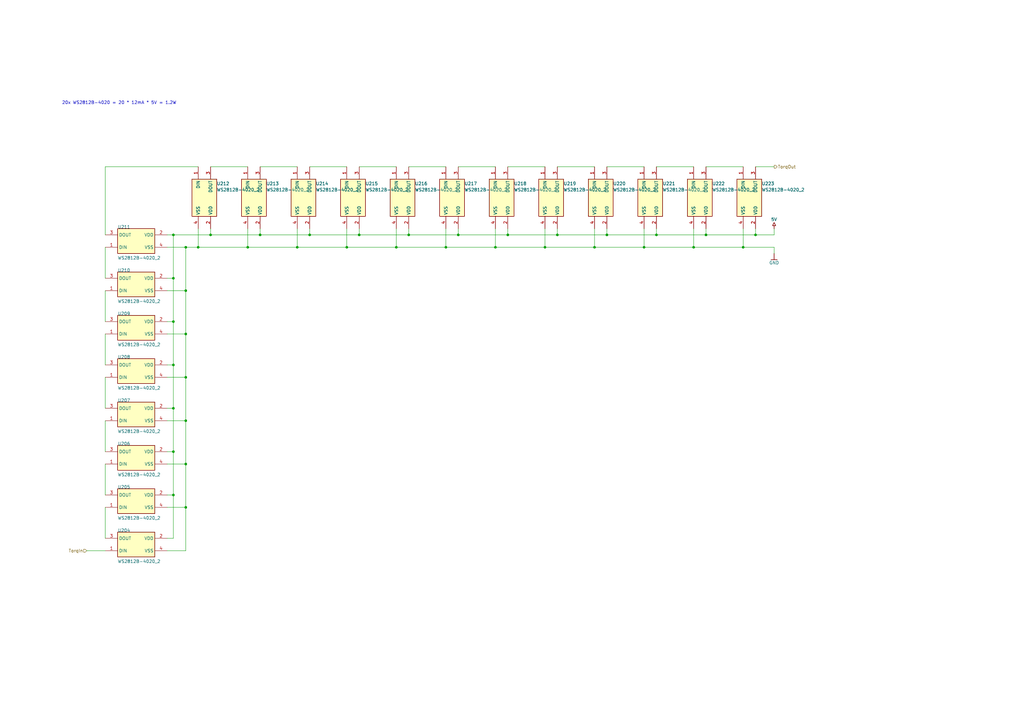
<source format=kicad_sch>
(kicad_sch (version 20231120) (generator "eeschema") (generator_version "8.0")
  (paper "A3")
  (lib_symbols
    (symbol "Lada_Speedometer-altium-import:5V_ARROW" (power)
      (property "Reference" "#PWR" (at 0 0 0))
      (property "Value" "5V" (at 0 3.81 0))
      (symbol "5V_ARROW_0_0"
        (polyline (pts (xy 0 0) (xy 0 -1.27)) (stroke (width 0.254)))
        (polyline (pts (xy -0.635 -1.27) (xy 0.635 -1.27) (xy 0 -2.54) (xy -0.635 -1.27)) (stroke (width 0.254)))
        (pin power_in line (at 0 0 0) (length 0) hide (name "5V") (number ""))
      )
    )
    (symbol "Lada_Speedometer-altium-import:Designator_0_WS2812B-4020_2"
      (symbol "Designator_0_WS2812B-4020_2_1_0"
        (rectangle (start 7.62 5.08) (end -7.62 -5.08) (stroke (width 0.254) (color 128 0 0 1)) (fill (type background)))
        (pin input line (at -12.7 -2.54 0) (length 5.08) (name "DIN") (number "1"))
        (pin power_in line (at 12.7 2.54 180) (length 5.08) (name "VDD") (number "2"))
        (pin output line (at -12.7 2.54 0) (length 5.08) (name "DOUT") (number "3"))
        (pin power_in line (at 12.7 -2.54 180) (length 5.08) (name "VSS") (number "4"))
      )
    )
    (symbol "Lada_Speedometer-altium-import:Designator_3_WS2812B-4020_2"
      (symbol "Designator_3_WS2812B-4020_2_1_0"
        (rectangle (start 5.08 7.62) (end -5.08 -7.62) (stroke (width 0.254) (color 128 0 0 1)) (fill (type background)))
        (pin input line (at -2.54 12.7 270) (length 5.08) (name "DIN") (number "1"))
        (pin power_in line (at 2.54 -12.7 90) (length 5.08) (name "VDD") (number "2"))
        (pin output line (at 2.54 12.7 270) (length 5.08) (name "DOUT") (number "3"))
        (pin power_in line (at -2.54 -12.7 90) (length 5.08) (name "VSS") (number "4"))
      )
    )
    (symbol "Lada_Speedometer-altium-import:GND_BAR" (power)
      (property "Reference" "#PWR" (at 0 0 0))
      (property "Value" "GND" (at 0 3.81 0))
      (symbol "GND_BAR_0_0"
        (polyline (pts (xy -1.27 -2.54) (xy 1.27 -2.54)) (stroke (width 0.254)))
        (polyline (pts (xy 0 0) (xy 0 -2.54)) (stroke (width 0.254)))
        (pin power_in line (at 0 0 0) (length 0) hide (name "GND") (number ""))
      )
    )
  )
  (junction (at 76.2 119.2022))
  (junction (at 81.28 101.4222))
  (junction (at 71.12 131.9022))
  (junction (at 264.16 101.4222))
  (junction (at 71.12 203.0222))
  (junction (at 71.12 185.2422))
  (junction (at 162.56 101.4222))
  (junction (at 223.52 101.4222))
  (junction (at 76.2 190.3222))
  (junction (at 187.96 96.3422))
  (junction (at 269.24 96.3422))
  (junction (at 289.56 96.3422))
  (junction (at 76.2 172.5422))
  (junction (at 101.6 101.4222))
  (junction (at 71.12 96.3422))
  (junction (at 76.2 101.4222))
  (junction (at 228.6 96.3422))
  (junction (at 203.2 101.4222))
  (junction (at 147.32 96.3422))
  (junction (at 243.84 101.4222))
  (junction (at 167.64 96.3422))
  (junction (at 106.68 96.3422))
  (junction (at 86.36 96.3422))
  (junction (at 304.8 101.4222))
  (junction (at 142.24 101.4222))
  (junction (at 127 96.3422))
  (junction (at 76.2 136.9822))
  (junction (at 121.92 101.4222))
  (junction (at 248.92 96.3422))
  (junction (at 71.12 149.6822))
  (junction (at 182.88 101.4222))
  (junction (at 76.2 154.7622))
  (junction (at 208.28 96.3422))
  (junction (at 76.2 208.1022))
  (junction (at 71.12 167.4622))
  (junction (at 309.88 96.3422))
  (junction (at 284.48 101.4222))
  (junction (at 71.12 114.1222))
  (wire (pts (xy 71.12 185.2422) (xy 71.12 203.0222)))
  (wire (pts (xy 187.96 96.3422) (xy 187.96 93.8022)))
  (wire (pts (xy 284.48 68.4022) (xy 269.24 68.4022)))
  (wire (pts (xy 68.58 136.9822) (xy 76.2 136.9822)))
  (wire (pts (xy 68.58 220.8022) (xy 71.12 220.8022)))
  (wire (pts (xy 71.12 114.1222) (xy 71.12 131.9022)))
  (wire (pts (xy 223.52 101.4222) (xy 203.2 101.4222)))
  (wire (pts (xy 142.24 101.4222) (xy 142.24 93.8022)))
  (wire (pts (xy 228.6 96.3422) (xy 228.6 93.8022)))
  (wire (pts (xy 71.12 96.3422) (xy 86.36 96.3422)))
  (wire (pts (xy 76.2 190.3222) (xy 76.2 208.1022)))
  (wire (pts (xy 68.58 172.5422) (xy 76.2 172.5422)))
  (wire (pts (xy 71.12 167.4622) (xy 71.12 185.2422)))
  (wire (pts (xy 43.18 203.0222) (xy 43.18 190.3222)))
  (wire (pts (xy 142.24 68.4022) (xy 127 68.4022)))
  (wire (pts (xy 68.58 154.7622) (xy 76.2 154.7622)))
  (wire (pts (xy 284.48 101.4222) (xy 264.16 101.4222)))
  (wire (pts (xy 68.58 101.4222) (xy 76.2 101.4222)))
  (wire (pts (xy 68.58 131.9022) (xy 71.12 131.9022)))
  (wire (pts (xy 162.56 68.4022) (xy 147.32 68.4022)))
  (wire (pts (xy 121.92 101.4222) (xy 101.6 101.4222)))
  (wire (pts (xy 162.56 101.4222) (xy 162.56 93.8022)))
  (wire (pts (xy 106.68 68.4022) (xy 121.92 68.4022)))
  (wire (pts (xy 76.2 119.2022) (xy 76.2 136.9822)))
  (wire (pts (xy 182.88 101.4222) (xy 162.56 101.4222)))
  (wire (pts (xy 304.8 68.4022) (xy 289.56 68.4022)))
  (wire (pts (xy 127 96.3422) (xy 106.68 96.3422)))
  (wire (pts (xy 43.18 96.3422) (xy 43.18 68.4022)))
  (wire (pts (xy 203.2 93.8022) (xy 203.2 101.4222)))
  (wire (pts (xy 43.18 154.7622) (xy 43.18 167.4622)))
  (wire (pts (xy 309.88 96.3422) (xy 317.5 96.3422)))
  (wire (pts (xy 304.8 101.4222) (xy 304.8 93.8022)))
  (wire (pts (xy 76.2 154.7622) (xy 76.2 172.5422)))
  (wire (pts (xy 284.48 101.4222) (xy 284.48 93.8022)))
  (wire (pts (xy 304.8 101.4222) (xy 284.48 101.4222)))
  (wire (pts (xy 147.32 96.3422) (xy 147.32 93.8022)))
  (wire (pts (xy 101.6 68.4022) (xy 86.36 68.4022)))
  (wire (pts (xy 167.64 96.3422) (xy 167.64 93.8022)))
  (wire (pts (xy 223.52 68.4022) (xy 208.28 68.4022)))
  (wire (pts (xy 106.68 96.3422) (xy 86.36 96.3422)))
  (wire (pts (xy 289.56 96.3422) (xy 269.24 96.3422)))
  (wire (pts (xy 147.32 96.3422) (xy 127 96.3422)))
  (wire (pts (xy 43.18 185.2422) (xy 43.18 172.5422)))
  (wire (pts (xy 203.2 68.4022) (xy 187.96 68.4022)))
  (wire (pts (xy 223.52 101.4222) (xy 223.52 93.8022)))
  (wire (pts (xy 101.6 93.8022) (xy 101.6 101.4222)))
  (wire (pts (xy 264.16 68.4022) (xy 248.92 68.4022)))
  (wire (pts (xy 68.58 119.2022) (xy 76.2 119.2022)))
  (wire (pts (xy 76.2 101.4222) (xy 81.28 101.4222)))
  (wire (pts (xy 309.88 96.3422) (xy 289.56 96.3422)))
  (wire (pts (xy 43.18 68.4022) (xy 81.28 68.4022)))
  (wire (pts (xy 68.58 208.1022) (xy 76.2 208.1022)))
  (wire (pts (xy 68.58 96.3422) (xy 71.12 96.3422)))
  (wire (pts (xy 317.5 96.3422) (xy 317.5 93.8022)))
  (wire (pts (xy 76.2 172.5422) (xy 76.2 190.3222)))
  (wire (pts (xy 43.18 149.6822) (xy 43.18 136.9822)))
  (wire (pts (xy 127 96.3422) (xy 127 93.8022)))
  (wire (pts (xy 106.68 96.3422) (xy 106.68 93.8022)))
  (wire (pts (xy 68.58 114.1222) (xy 71.12 114.1222)))
  (wire (pts (xy 71.12 149.6822) (xy 71.12 167.4622)))
  (wire (pts (xy 101.6 101.4222) (xy 81.28 101.4222)))
  (wire (pts (xy 289.56 96.3422) (xy 289.56 93.8022)))
  (wire (pts (xy 243.84 101.4222) (xy 223.52 101.4222)))
  (wire (pts (xy 203.2 101.4222) (xy 182.88 101.4222)))
  (wire (pts (xy 228.6 96.3422) (xy 208.28 96.3422)))
  (wire (pts (xy 269.24 96.3422) (xy 269.24 93.8022)))
  (wire (pts (xy 317.5 101.4222) (xy 304.8 101.4222)))
  (wire (pts (xy 182.88 68.4022) (xy 167.64 68.4022)))
  (wire (pts (xy 68.58 149.6822) (xy 71.12 149.6822)))
  (wire (pts (xy 162.56 101.4222) (xy 142.24 101.4222)))
  (wire (pts (xy 243.84 101.4222) (xy 243.84 93.8022)))
  (wire (pts (xy 68.58 190.3222) (xy 76.2 190.3222)))
  (wire (pts (xy 76.2 101.4222) (xy 76.2 119.2022)))
  (wire (pts (xy 248.92 96.3422) (xy 228.6 96.3422)))
  (wire (pts (xy 71.12 96.3422) (xy 71.12 114.1222)))
  (wire (pts (xy 317.5 103.9622) (xy 317.5 101.4222)))
  (wire (pts (xy 264.16 101.4222) (xy 264.16 93.8022)))
  (wire (pts (xy 121.92 101.4222) (xy 121.92 93.8022)))
  (wire (pts (xy 269.24 96.3422) (xy 248.92 96.3422)))
  (wire (pts (xy 71.12 203.0222) (xy 68.58 203.0222)))
  (wire (pts (xy 167.64 96.3422) (xy 147.32 96.3422)))
  (wire (pts (xy 35.56 225.8822) (xy 43.18 225.8822)))
  (wire (pts (xy 76.2 208.1022) (xy 76.2 225.8822)))
  (wire (pts (xy 182.88 101.4222) (xy 182.88 93.8022)))
  (wire (pts (xy 71.12 131.9022) (xy 71.12 149.6822)))
  (wire (pts (xy 71.12 220.8022) (xy 71.12 203.0222)))
  (wire (pts (xy 68.58 167.4622) (xy 71.12 167.4622)))
  (wire (pts (xy 68.58 185.2422) (xy 71.12 185.2422)))
  (wire (pts (xy 43.18 208.1022) (xy 43.18 220.8022)))
  (wire (pts (xy 248.92 96.3422) (xy 248.92 93.8022)))
  (wire (pts (xy 243.84 68.4022) (xy 228.6 68.4022)))
  (wire (pts (xy 187.96 96.3422) (xy 167.64 96.3422)))
  (wire (pts (xy 86.36 96.3422) (xy 86.36 93.8022)))
  (wire (pts (xy 76.2 225.8822) (xy 68.58 225.8822)))
  (wire (pts (xy 208.28 96.3422) (xy 187.96 96.3422)))
  (wire (pts (xy 208.28 96.3422) (xy 208.28 93.8022)))
  (wire (pts (xy 309.88 68.4022) (xy 317.5 68.4022)))
  (wire (pts (xy 76.2 136.9822) (xy 76.2 154.7622)))
  (wire (pts (xy 142.24 101.4222) (xy 121.92 101.4222)))
  (wire (pts (xy 309.88 93.8022) (xy 309.88 96.3422)))
  (wire (pts (xy 264.16 101.4222) (xy 243.84 101.4222)))
  (wire (pts (xy 81.28 101.4222) (xy 81.28 93.8022)))
  (wire (pts (xy 43.18 101.4222) (xy 43.18 114.1222)))
  (wire (pts (xy 43.18 131.9022) (xy 43.18 119.2022)))
  (text "20x WS2812B-4020 = 20 * 12mA * 5V = 1.2W" (at 25.4 43.0022 0) (effects (font (size 1.27 1.27)) (justify left bottom)))
  (hierarchical_label "TorqIn" (shape input) (at 35.56 225.8822 180))
  (hierarchical_label "TorqOut" (shape output) (at 317.5 68.4022 0))
  (symbol (lib_id "Lada_Speedometer-altium-import:Designator_0_WS2812B-4020_2") (at 55.88 223.3422 0) (unit 1)
    (property "Reference" "U204" (at 48.26 218.2622 0) (effects (justify left bottom)))
    (property "Value" "WS2812B-4020_2" (at 48.26 230.9622 0) (effects (justify left bottom)))
    (property "Footprint" "LED_WS2812B-4020" (effects (hide yes)))
    (property "Description" "12mA RGB SMD,2x4mm Light Emitting Diodes" (effects (hide yes)))
    (property "PRICE" "None" (effects (hide yes)))
    (property "MP" "WS2812B-4020" (effects (hide yes)))
    (property "AVAILABILITY" "Not in stock" (effects (hide yes)))
    (property "SNAPEDA_LINK" "https://www.snapeda.com/parts/WS2812B-4020/Worldsemi/view-part/?ref=snap" (effects (hide yes)))
    (property "CHECK_PRICES" "https://www.snapeda.com/parts/WS2812B-4020/Worldsemi/view-part/?ref=eda" (effects (hide yes)))
    (property "ALTIUM_VALUE" "*" (effects (hide yes)))
    (property "PACKAGE" "Package" (effects (hide yes)))
    (property "MF" "Worldsemi" (effects (hide yes)))
  )
  (symbol (lib_id "Lada_Speedometer-altium-import:Designator_3_WS2812B-4020_2") (at 266.7 81.1022 0) (unit 1)
    (property "Reference" "U221" (at 271.78 76.0222 0) (effects (justify left bottom)))
    (property "Value" "WS2812B-4020_2" (at 271.78 78.5622 0) (effects (justify left bottom)))
    (property "Footprint" "LED_WS2812B-4020" (effects (hide yes)))
    (property "Description" "12mA RGB SMD,2x4mm Light Emitting Diodes" (effects (hide yes)))
    (property "PRICE" "None" (effects (hide yes)))
    (property "MP" "WS2812B-4020" (effects (hide yes)))
    (property "AVAILABILITY" "Not in stock" (effects (hide yes)))
    (property "SNAPEDA_LINK" "https://www.snapeda.com/parts/WS2812B-4020/Worldsemi/view-part/?ref=snap" (effects (hide yes)))
    (property "CHECK_PRICES" "https://www.snapeda.com/parts/WS2812B-4020/Worldsemi/view-part/?ref=eda" (effects (hide yes)))
    (property "ALTIUM_VALUE" "*" (effects (hide yes)))
    (property "PACKAGE" "Package" (effects (hide yes)))
    (property "MF" "Worldsemi" (effects (hide yes)))
  )
  (symbol (lib_id "Lada_Speedometer-altium-import:5V_ARROW") (at 317.5 93.8022 180) (unit 1)
    (property "Reference" "#PWR?" (effects (hide yes)))
    (property "Value" "5V" (at 317.5 89.9922 0))
  )
  (symbol (lib_id "Lada_Speedometer-altium-import:Designator_0_WS2812B-4020_2") (at 55.88 205.5622 0) (unit 1)
    (property "Reference" "U205" (at 48.26 200.4822 0) (effects (justify left bottom)))
    (property "Value" "WS2812B-4020_2" (at 48.26 213.1822 0) (effects (justify left bottom)))
    (property "Footprint" "LED_WS2812B-4020" (effects (hide yes)))
    (property "Description" "12mA RGB SMD,2x4mm Light Emitting Diodes" (effects (hide yes)))
    (property "PRICE" "None" (effects (hide yes)))
    (property "MP" "WS2812B-4020" (effects (hide yes)))
    (property "AVAILABILITY" "Not in stock" (effects (hide yes)))
    (property "SNAPEDA_LINK" "https://www.snapeda.com/parts/WS2812B-4020/Worldsemi/view-part/?ref=snap" (effects (hide yes)))
    (property "CHECK_PRICES" "https://www.snapeda.com/parts/WS2812B-4020/Worldsemi/view-part/?ref=eda" (effects (hide yes)))
    (property "ALTIUM_VALUE" "*" (effects (hide yes)))
    (property "PACKAGE" "Package" (effects (hide yes)))
    (property "MF" "Worldsemi" (effects (hide yes)))
  )
  (symbol (lib_id "Lada_Speedometer-altium-import:Designator_0_WS2812B-4020_2") (at 55.88 116.6622 0) (unit 1)
    (property "Reference" "U210" (at 48.26 111.5822 0) (effects (justify left bottom)))
    (property "Value" "WS2812B-4020_2" (at 48.26 124.2822 0) (effects (justify left bottom)))
    (property "Footprint" "LED_WS2812B-4020" (effects (hide yes)))
    (property "Description" "12mA RGB SMD,2x4mm Light Emitting Diodes" (effects (hide yes)))
    (property "PRICE" "None" (effects (hide yes)))
    (property "MP" "WS2812B-4020" (effects (hide yes)))
    (property "AVAILABILITY" "Not in stock" (effects (hide yes)))
    (property "SNAPEDA_LINK" "https://www.snapeda.com/parts/WS2812B-4020/Worldsemi/view-part/?ref=snap" (effects (hide yes)))
    (property "CHECK_PRICES" "https://www.snapeda.com/parts/WS2812B-4020/Worldsemi/view-part/?ref=eda" (effects (hide yes)))
    (property "ALTIUM_VALUE" "*" (effects (hide yes)))
    (property "PACKAGE" "Package" (effects (hide yes)))
    (property "MF" "Worldsemi" (effects (hide yes)))
  )
  (symbol (lib_id "Lada_Speedometer-altium-import:GND_BAR") (at 317.5 103.9622 0) (unit 1)
    (property "Reference" "#PWR?" (effects (hide yes)))
    (property "Value" "GND" (at 317.5 107.7722 0))
  )
  (symbol (lib_id "Lada_Speedometer-altium-import:Designator_3_WS2812B-4020_2") (at 287.02 81.1022 0) (unit 1)
    (property "Reference" "U222" (at 292.1 76.0222 0) (effects (justify left bottom)))
    (property "Value" "WS2812B-4020_2" (at 292.1 78.5622 0) (effects (justify left bottom)))
    (property "Footprint" "LED_WS2812B-4020" (effects (hide yes)))
    (property "Description" "12mA RGB SMD,2x4mm Light Emitting Diodes" (effects (hide yes)))
    (property "PRICE" "None" (effects (hide yes)))
    (property "MP" "WS2812B-4020" (effects (hide yes)))
    (property "AVAILABILITY" "Not in stock" (effects (hide yes)))
    (property "SNAPEDA_LINK" "https://www.snapeda.com/parts/WS2812B-4020/Worldsemi/view-part/?ref=snap" (effects (hide yes)))
    (property "CHECK_PRICES" "https://www.snapeda.com/parts/WS2812B-4020/Worldsemi/view-part/?ref=eda" (effects (hide yes)))
    (property "ALTIUM_VALUE" "*" (effects (hide yes)))
    (property "PACKAGE" "Package" (effects (hide yes)))
    (property "MF" "Worldsemi" (effects (hide yes)))
  )
  (symbol (lib_id "Lada_Speedometer-altium-import:Designator_0_WS2812B-4020_2") (at 55.88 187.7822 0) (unit 1)
    (property "Reference" "U206" (at 48.26 182.7022 0) (effects (justify left bottom)))
    (property "Value" "WS2812B-4020_2" (at 48.26 195.4022 0) (effects (justify left bottom)))
    (property "Footprint" "LED_WS2812B-4020" (effects (hide yes)))
    (property "Description" "12mA RGB SMD,2x4mm Light Emitting Diodes" (effects (hide yes)))
    (property "PRICE" "None" (effects (hide yes)))
    (property "MP" "WS2812B-4020" (effects (hide yes)))
    (property "AVAILABILITY" "Not in stock" (effects (hide yes)))
    (property "SNAPEDA_LINK" "https://www.snapeda.com/parts/WS2812B-4020/Worldsemi/view-part/?ref=snap" (effects (hide yes)))
    (property "CHECK_PRICES" "https://www.snapeda.com/parts/WS2812B-4020/Worldsemi/view-part/?ref=eda" (effects (hide yes)))
    (property "ALTIUM_VALUE" "*" (effects (hide yes)))
    (property "PACKAGE" "Package" (effects (hide yes)))
    (property "MF" "Worldsemi" (effects (hide yes)))
  )
  (symbol (lib_id "Lada_Speedometer-altium-import:Designator_3_WS2812B-4020_2") (at 104.14 81.1022 0) (unit 1)
    (property "Reference" "U213" (at 109.22 76.0222 0) (effects (justify left bottom)))
    (property "Value" "WS2812B-4020_2" (at 109.22 78.5622 0) (effects (justify left bottom)))
    (property "Footprint" "LED_WS2812B-4020" (effects (hide yes)))
    (property "Description" "12mA RGB SMD,2x4mm Light Emitting Diodes" (effects (hide yes)))
    (property "PRICE" "None" (effects (hide yes)))
    (property "MP" "WS2812B-4020" (effects (hide yes)))
    (property "AVAILABILITY" "Not in stock" (effects (hide yes)))
    (property "SNAPEDA_LINK" "https://www.snapeda.com/parts/WS2812B-4020/Worldsemi/view-part/?ref=snap" (effects (hide yes)))
    (property "CHECK_PRICES" "https://www.snapeda.com/parts/WS2812B-4020/Worldsemi/view-part/?ref=eda" (effects (hide yes)))
    (property "ALTIUM_VALUE" "*" (effects (hide yes)))
    (property "PACKAGE" "Package" (effects (hide yes)))
    (property "MF" "Worldsemi" (effects (hide yes)))
  )
  (symbol (lib_id "Lada_Speedometer-altium-import:Designator_0_WS2812B-4020_2") (at 55.88 152.2222 0) (unit 1)
    (property "Reference" "U208" (at 48.26 147.1422 0) (effects (justify left bottom)))
    (property "Value" "WS2812B-4020_2" (at 48.26 159.8422 0) (effects (justify left bottom)))
    (property "Footprint" "LED_WS2812B-4020" (effects (hide yes)))
    (property "Description" "12mA RGB SMD,2x4mm Light Emitting Diodes" (effects (hide yes)))
    (property "PRICE" "None" (effects (hide yes)))
    (property "MP" "WS2812B-4020" (effects (hide yes)))
    (property "AVAILABILITY" "Not in stock" (effects (hide yes)))
    (property "SNAPEDA_LINK" "https://www.snapeda.com/parts/WS2812B-4020/Worldsemi/view-part/?ref=snap" (effects (hide yes)))
    (property "CHECK_PRICES" "https://www.snapeda.com/parts/WS2812B-4020/Worldsemi/view-part/?ref=eda" (effects (hide yes)))
    (property "ALTIUM_VALUE" "*" (effects (hide yes)))
    (property "PACKAGE" "Package" (effects (hide yes)))
    (property "MF" "Worldsemi" (effects (hide yes)))
  )
  (symbol (lib_id "Lada_Speedometer-altium-import:Designator_3_WS2812B-4020_2") (at 144.78 81.1022 0) (unit 1)
    (property "Reference" "U215" (at 149.86 76.0222 0) (effects (justify left bottom)))
    (property "Value" "WS2812B-4020_2" (at 149.86 78.5622 0) (effects (justify left bottom)))
    (property "Footprint" "LED_WS2812B-4020" (effects (hide yes)))
    (property "Description" "12mA RGB SMD,2x4mm Light Emitting Diodes" (effects (hide yes)))
    (property "PRICE" "None" (effects (hide yes)))
    (property "MP" "WS2812B-4020" (effects (hide yes)))
    (property "AVAILABILITY" "Not in stock" (effects (hide yes)))
    (property "SNAPEDA_LINK" "https://www.snapeda.com/parts/WS2812B-4020/Worldsemi/view-part/?ref=snap" (effects (hide yes)))
    (property "CHECK_PRICES" "https://www.snapeda.com/parts/WS2812B-4020/Worldsemi/view-part/?ref=eda" (effects (hide yes)))
    (property "ALTIUM_VALUE" "*" (effects (hide yes)))
    (property "PACKAGE" "Package" (effects (hide yes)))
    (property "MF" "Worldsemi" (effects (hide yes)))
  )
  (symbol (lib_id "Lada_Speedometer-altium-import:Designator_0_WS2812B-4020_2") (at 55.88 170.0022 0) (unit 1)
    (property "Reference" "U207" (at 48.26 164.9222 0) (effects (justify left bottom)))
    (property "Value" "WS2812B-4020_2" (at 48.26 177.6222 0) (effects (justify left bottom)))
    (property "Footprint" "LED_WS2812B-4020" (effects (hide yes)))
    (property "Description" "12mA RGB SMD,2x4mm Light Emitting Diodes" (effects (hide yes)))
    (property "PRICE" "None" (effects (hide yes)))
    (property "MP" "WS2812B-4020" (effects (hide yes)))
    (property "AVAILABILITY" "Not in stock" (effects (hide yes)))
    (property "SNAPEDA_LINK" "https://www.snapeda.com/parts/WS2812B-4020/Worldsemi/view-part/?ref=snap" (effects (hide yes)))
    (property "CHECK_PRICES" "https://www.snapeda.com/parts/WS2812B-4020/Worldsemi/view-part/?ref=eda" (effects (hide yes)))
    (property "ALTIUM_VALUE" "*" (effects (hide yes)))
    (property "PACKAGE" "Package" (effects (hide yes)))
    (property "MF" "Worldsemi" (effects (hide yes)))
  )
  (symbol (lib_id "Lada_Speedometer-altium-import:Designator_3_WS2812B-4020_2") (at 165.1 81.1022 0) (unit 1)
    (property "Reference" "U216" (at 170.18 76.0222 0) (effects (justify left bottom)))
    (property "Value" "WS2812B-4020_2" (at 170.18 78.5622 0) (effects (justify left bottom)))
    (property "Footprint" "LED_WS2812B-4020" (effects (hide yes)))
    (property "Description" "12mA RGB SMD,2x4mm Light Emitting Diodes" (effects (hide yes)))
    (property "PRICE" "None" (effects (hide yes)))
    (property "MP" "WS2812B-4020" (effects (hide yes)))
    (property "AVAILABILITY" "Not in stock" (effects (hide yes)))
    (property "SNAPEDA_LINK" "https://www.snapeda.com/parts/WS2812B-4020/Worldsemi/view-part/?ref=snap" (effects (hide yes)))
    (property "CHECK_PRICES" "https://www.snapeda.com/parts/WS2812B-4020/Worldsemi/view-part/?ref=eda" (effects (hide yes)))
    (property "ALTIUM_VALUE" "*" (effects (hide yes)))
    (property "PACKAGE" "Package" (effects (hide yes)))
    (property "MF" "Worldsemi" (effects (hide yes)))
  )
  (symbol (lib_id "Lada_Speedometer-altium-import:Designator_3_WS2812B-4020_2") (at 226.06 81.1022 0) (unit 1)
    (property "Reference" "U219" (at 231.14 76.0222 0) (effects (justify left bottom)))
    (property "Value" "WS2812B-4020_2" (at 231.14 78.5622 0) (effects (justify left bottom)))
    (property "Footprint" "LED_WS2812B-4020" (effects (hide yes)))
    (property "Description" "12mA RGB SMD,2x4mm Light Emitting Diodes" (effects (hide yes)))
    (property "PRICE" "None" (effects (hide yes)))
    (property "MP" "WS2812B-4020" (effects (hide yes)))
    (property "AVAILABILITY" "Not in stock" (effects (hide yes)))
    (property "SNAPEDA_LINK" "https://www.snapeda.com/parts/WS2812B-4020/Worldsemi/view-part/?ref=snap" (effects (hide yes)))
    (property "CHECK_PRICES" "https://www.snapeda.com/parts/WS2812B-4020/Worldsemi/view-part/?ref=eda" (effects (hide yes)))
    (property "ALTIUM_VALUE" "*" (effects (hide yes)))
    (property "PACKAGE" "Package" (effects (hide yes)))
    (property "MF" "Worldsemi" (effects (hide yes)))
  )
  (symbol (lib_id "Lada_Speedometer-altium-import:Designator_3_WS2812B-4020_2") (at 124.46 81.1022 0) (unit 1)
    (property "Reference" "U214" (at 129.54 76.0222 0) (effects (justify left bottom)))
    (property "Value" "WS2812B-4020_2" (at 129.54 78.5622 0) (effects (justify left bottom)))
    (property "Footprint" "LED_WS2812B-4020" (effects (hide yes)))
    (property "Description" "12mA RGB SMD,2x4mm Light Emitting Diodes" (effects (hide yes)))
    (property "PRICE" "None" (effects (hide yes)))
    (property "MP" "WS2812B-4020" (effects (hide yes)))
    (property "AVAILABILITY" "Not in stock" (effects (hide yes)))
    (property "SNAPEDA_LINK" "https://www.snapeda.com/parts/WS2812B-4020/Worldsemi/view-part/?ref=snap" (effects (hide yes)))
    (property "CHECK_PRICES" "https://www.snapeda.com/parts/WS2812B-4020/Worldsemi/view-part/?ref=eda" (effects (hide yes)))
    (property "ALTIUM_VALUE" "*" (effects (hide yes)))
    (property "PACKAGE" "Package" (effects (hide yes)))
    (property "MF" "Worldsemi" (effects (hide yes)))
  )
  (symbol (lib_id "Lada_Speedometer-altium-import:Designator_0_WS2812B-4020_2") (at 55.88 134.4422 0) (unit 1)
    (property "Reference" "U209" (at 48.26 129.3622 0) (effects (justify left bottom)))
    (property "Value" "WS2812B-4020_2" (at 48.26 142.0622 0) (effects (justify left bottom)))
    (property "Footprint" "LED_WS2812B-4020" (effects (hide yes)))
    (property "Description" "12mA RGB SMD,2x4mm Light Emitting Diodes" (effects (hide yes)))
    (property "PRICE" "None" (effects (hide yes)))
    (property "MP" "WS2812B-4020" (effects (hide yes)))
    (property "AVAILABILITY" "Not in stock" (effects (hide yes)))
    (property "SNAPEDA_LINK" "https://www.snapeda.com/parts/WS2812B-4020/Worldsemi/view-part/?ref=snap" (effects (hide yes)))
    (property "CHECK_PRICES" "https://www.snapeda.com/parts/WS2812B-4020/Worldsemi/view-part/?ref=eda" (effects (hide yes)))
    (property "ALTIUM_VALUE" "*" (effects (hide yes)))
    (property "PACKAGE" "Package" (effects (hide yes)))
    (property "MF" "Worldsemi" (effects (hide yes)))
  )
  (symbol (lib_id "Lada_Speedometer-altium-import:Designator_3_WS2812B-4020_2") (at 83.82 81.1022 0) (unit 1)
    (property "Reference" "U212" (at 88.9 76.0222 0) (effects (justify left bottom)))
    (property "Value" "WS2812B-4020_2" (at 88.9 78.5622 0) (effects (justify left bottom)))
    (property "Footprint" "LED_WS2812B-4020" (effects (hide yes)))
    (property "Description" "12mA RGB SMD,2x4mm Light Emitting Diodes" (effects (hide yes)))
    (property "PRICE" "None" (effects (hide yes)))
    (property "MP" "WS2812B-4020" (effects (hide yes)))
    (property "AVAILABILITY" "Not in stock" (effects (hide yes)))
    (property "SNAPEDA_LINK" "https://www.snapeda.com/parts/WS2812B-4020/Worldsemi/view-part/?ref=snap" (effects (hide yes)))
    (property "CHECK_PRICES" "https://www.snapeda.com/parts/WS2812B-4020/Worldsemi/view-part/?ref=eda" (effects (hide yes)))
    (property "ALTIUM_VALUE" "*" (effects (hide yes)))
    (property "PACKAGE" "Package" (effects (hide yes)))
    (property "MF" "Worldsemi" (effects (hide yes)))
  )
  (symbol (lib_id "Lada_Speedometer-altium-import:Designator_3_WS2812B-4020_2") (at 205.74 81.1022 0) (unit 1)
    (property "Reference" "U218" (at 210.82 76.0222 0) (effects (justify left bottom)))
    (property "Value" "WS2812B-4020_2" (at 210.82 78.5622 0) (effects (justify left bottom)))
    (property "Footprint" "LED_WS2812B-4020" (effects (hide yes)))
    (property "Description" "12mA RGB SMD,2x4mm Light Emitting Diodes" (effects (hide yes)))
    (property "PRICE" "None" (effects (hide yes)))
    (property "MP" "WS2812B-4020" (effects (hide yes)))
    (property "AVAILABILITY" "Not in stock" (effects (hide yes)))
    (property "SNAPEDA_LINK" "https://www.snapeda.com/parts/WS2812B-4020/Worldsemi/view-part/?ref=snap" (effects (hide yes)))
    (property "CHECK_PRICES" "https://www.snapeda.com/parts/WS2812B-4020/Worldsemi/view-part/?ref=eda" (effects (hide yes)))
    (property "ALTIUM_VALUE" "*" (effects (hide yes)))
    (property "PACKAGE" "Package" (effects (hide yes)))
    (property "MF" "Worldsemi" (effects (hide yes)))
  )
  (symbol (lib_id "Lada_Speedometer-altium-import:Designator_0_WS2812B-4020_2") (at 55.88 98.8822 0) (unit 1)
    (property "Reference" "U211" (at 48.26 93.8022 0) (effects (justify left bottom)))
    (property "Value" "WS2812B-4020_2" (at 48.26 106.5022 0) (effects (justify left bottom)))
    (property "Footprint" "LED_WS2812B-4020" (effects (hide yes)))
    (property "Description" "12mA RGB SMD,2x4mm Light Emitting Diodes" (effects (hide yes)))
    (property "PRICE" "None" (effects (hide yes)))
    (property "MP" "WS2812B-4020" (effects (hide yes)))
    (property "AVAILABILITY" "Not in stock" (effects (hide yes)))
    (property "SNAPEDA_LINK" "https://www.snapeda.com/parts/WS2812B-4020/Worldsemi/view-part/?ref=snap" (effects (hide yes)))
    (property "CHECK_PRICES" "https://www.snapeda.com/parts/WS2812B-4020/Worldsemi/view-part/?ref=eda" (effects (hide yes)))
    (property "ALTIUM_VALUE" "*" (effects (hide yes)))
    (property "PACKAGE" "Package" (effects (hide yes)))
    (property "MF" "Worldsemi" (effects (hide yes)))
  )
  (symbol (lib_id "Lada_Speedometer-altium-import:Designator_3_WS2812B-4020_2") (at 307.34 81.1022 0) (unit 1)
    (property "Reference" "U223" (at 312.42 76.0222 0) (effects (justify left bottom)))
    (property "Value" "WS2812B-4020_2" (at 312.42 78.5622 0) (effects (justify left bottom)))
    (property "Footprint" "LED_WS2812B-4020" (effects (hide yes)))
    (property "Description" "12mA RGB SMD,2x4mm Light Emitting Diodes" (effects (hide yes)))
    (property "PRICE" "None" (effects (hide yes)))
    (property "MP" "WS2812B-4020" (effects (hide yes)))
    (property "AVAILABILITY" "Not in stock" (effects (hide yes)))
    (property "SNAPEDA_LINK" "https://www.snapeda.com/parts/WS2812B-4020/Worldsemi/view-part/?ref=snap" (effects (hide yes)))
    (property "CHECK_PRICES" "https://www.snapeda.com/parts/WS2812B-4020/Worldsemi/view-part/?ref=eda" (effects (hide yes)))
    (property "ALTIUM_VALUE" "*" (effects (hide yes)))
    (property "PACKAGE" "Package" (effects (hide yes)))
    (property "MF" "Worldsemi" (effects (hide yes)))
  )
  (symbol (lib_id "Lada_Speedometer-altium-import:Designator_3_WS2812B-4020_2") (at 246.38 81.1022 0) (unit 1)
    (property "Reference" "U220" (at 251.46 76.0222 0) (effects (justify left bottom)))
    (property "Value" "WS2812B-4020_2" (at 251.46 78.5622 0) (effects (justify left bottom)))
    (property "Footprint" "LED_WS2812B-4020" (effects (hide yes)))
    (property "Description" "12mA RGB SMD,2x4mm Light Emitting Diodes" (effects (hide yes)))
    (property "PRICE" "None" (effects (hide yes)))
    (property "MP" "WS2812B-4020" (effects (hide yes)))
    (property "AVAILABILITY" "Not in stock" (effects (hide yes)))
    (property "SNAPEDA_LINK" "https://www.snapeda.com/parts/WS2812B-4020/Worldsemi/view-part/?ref=snap" (effects (hide yes)))
    (property "CHECK_PRICES" "https://www.snapeda.com/parts/WS2812B-4020/Worldsemi/view-part/?ref=eda" (effects (hide yes)))
    (property "ALTIUM_VALUE" "*" (effects (hide yes)))
    (property "PACKAGE" "Package" (effects (hide yes)))
    (property "MF" "Worldsemi" (effects (hide yes)))
  )
  (symbol (lib_id "Lada_Speedometer-altium-import:Designator_3_WS2812B-4020_2") (at 185.42 81.1022 0) (unit 1)
    (property "Reference" "U217" (at 190.5 76.0222 0) (effects (justify left bottom)))
    (property "Value" "WS2812B-4020_2" (at 190.5 78.5622 0) (effects (justify left bottom)))
    (property "Footprint" "LED_WS2812B-4020" (effects (hide yes)))
    (property "Description" "12mA RGB SMD,2x4mm Light Emitting Diodes" (effects (hide yes)))
    (property "PRICE" "None" (effects (hide yes)))
    (property "MP" "WS2812B-4020" (effects (hide yes)))
    (property "AVAILABILITY" "Not in stock" (effects (hide yes)))
    (property "SNAPEDA_LINK" "https://www.snapeda.com/parts/WS2812B-4020/Worldsemi/view-part/?ref=snap" (effects (hide yes)))
    (property "CHECK_PRICES" "https://www.snapeda.com/parts/WS2812B-4020/Worldsemi/view-part/?ref=eda" (effects (hide yes)))
    (property "ALTIUM_VALUE" "*" (effects (hide yes)))
    (property "PACKAGE" "Package" (effects (hide yes)))
    (property "MF" "Worldsemi" (effects (hide yes)))
  )
)
</source>
